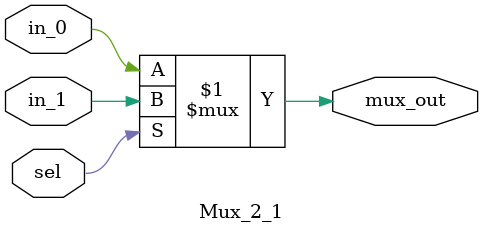
<source format=v>
module Mux_2_1(
	input in_0, // Mux first input
	input in_1, // Mux Second input
	input sel, // Select input
	output mux_out // Mux output
);

assign mux_out = sel ? in_1 : in_0;

endmodule


</source>
